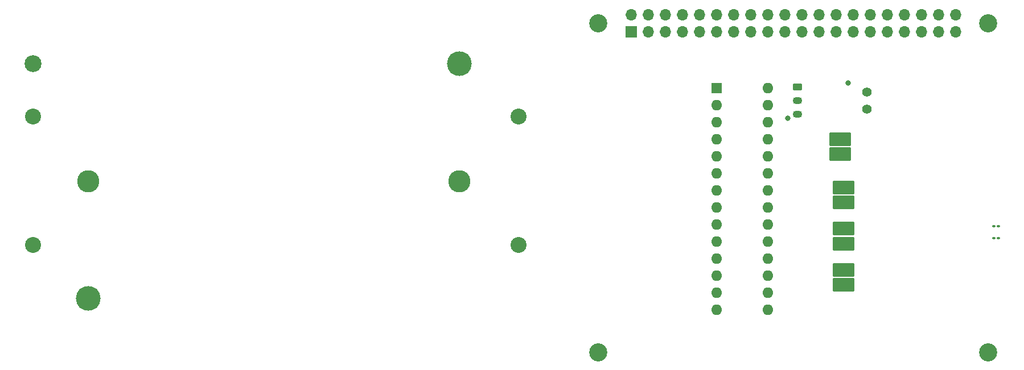
<source format=gts>
G04 #@! TF.GenerationSoftware,KiCad,Pcbnew,8.0.5*
G04 #@! TF.CreationDate,2024-09-15T00:24:01-05:00*
G04 #@! TF.ProjectId,Lab1APCB,4c616231-4150-4434-922e-6b696361645f,rev?*
G04 #@! TF.SameCoordinates,Original*
G04 #@! TF.FileFunction,Soldermask,Top*
G04 #@! TF.FilePolarity,Negative*
%FSLAX46Y46*%
G04 Gerber Fmt 4.6, Leading zero omitted, Abs format (unit mm)*
G04 Created by KiCad (PCBNEW 8.0.5) date 2024-09-15 00:24:01*
%MOMM*%
%LPD*%
G01*
G04 APERTURE LIST*
G04 Aperture macros list*
%AMRoundRect*
0 Rectangle with rounded corners*
0 $1 Rounding radius*
0 $2 $3 $4 $5 $6 $7 $8 $9 X,Y pos of 4 corners*
0 Add a 4 corners polygon primitive as box body*
4,1,4,$2,$3,$4,$5,$6,$7,$8,$9,$2,$3,0*
0 Add four circle primitives for the rounded corners*
1,1,$1+$1,$2,$3*
1,1,$1+$1,$4,$5*
1,1,$1+$1,$6,$7*
1,1,$1+$1,$8,$9*
0 Add four rect primitives between the rounded corners*
20,1,$1+$1,$2,$3,$4,$5,0*
20,1,$1+$1,$4,$5,$6,$7,0*
20,1,$1+$1,$6,$7,$8,$9,0*
20,1,$1+$1,$8,$9,$2,$3,0*%
G04 Aperture macros list end*
%ADD10C,2.700000*%
%ADD11C,3.310000*%
%ADD12C,3.680000*%
%ADD13C,2.510000*%
%ADD14C,2.379000*%
%ADD15RoundRect,0.102000X-1.500000X-0.875000X1.500000X-0.875000X1.500000X0.875000X-1.500000X0.875000X0*%
%ADD16RoundRect,0.100000X-0.130000X-0.100000X0.130000X-0.100000X0.130000X0.100000X-0.130000X0.100000X0*%
%ADD17C,0.800000*%
%ADD18RoundRect,0.249700X-0.450300X-0.300300X0.450300X-0.300300X0.450300X0.300300X-0.450300X0.300300X0*%
%ADD19O,1.400000X1.100000*%
%ADD20C,1.400000*%
%ADD21R,1.600000X1.600000*%
%ADD22O,1.600000X1.600000*%
%ADD23R,1.700000X1.700000*%
%ADD24O,1.700000X1.700000*%
G04 APERTURE END LIST*
D10*
X161500000Y-47500000D03*
D11*
X82810000Y-71015000D03*
D12*
X82810000Y-53500000D03*
X27610000Y-88500000D03*
D11*
X27610000Y-71015000D03*
D13*
X19390000Y-53500000D03*
D14*
X19390000Y-80565000D03*
X91610000Y-61435000D03*
X91610000Y-80565000D03*
X19390000Y-61435000D03*
D15*
X140000000Y-71950000D03*
X140000000Y-74200000D03*
D16*
X162335000Y-79500000D03*
X162975000Y-79500000D03*
D10*
X103500000Y-96500000D03*
X103500000Y-47500000D03*
D16*
X162335000Y-77750000D03*
X162975000Y-77750000D03*
D17*
X131665000Y-61630000D03*
X140625000Y-56430000D03*
D18*
X133115000Y-57030000D03*
D19*
X133115000Y-59030000D03*
X133115000Y-61030000D03*
D20*
X143415000Y-60300000D03*
X143415000Y-57760000D03*
D10*
X161500000Y-96500000D03*
D21*
X121100000Y-57175000D03*
D22*
X121100000Y-59715000D03*
X121100000Y-62255000D03*
X121100000Y-64795000D03*
X121100000Y-67335000D03*
X121100000Y-69875000D03*
X121100000Y-72415000D03*
X121100000Y-74955000D03*
X121100000Y-77495000D03*
X121100000Y-80035000D03*
X121100000Y-82575000D03*
X121100000Y-85115000D03*
X121100000Y-87655000D03*
X121100000Y-90195000D03*
X128720000Y-90195000D03*
X128720000Y-87655000D03*
X128720000Y-85115000D03*
X128720000Y-82575000D03*
X128720000Y-80035000D03*
X128720000Y-77495000D03*
X128720000Y-74955000D03*
X128720000Y-72415000D03*
X128720000Y-69875000D03*
X128720000Y-67335000D03*
X128720000Y-64795000D03*
X128720000Y-62255000D03*
X128720000Y-59715000D03*
X128720000Y-57175000D03*
D15*
X140000000Y-84250000D03*
X140000000Y-86500000D03*
X140000000Y-78100000D03*
X140000000Y-80350000D03*
X139500000Y-64750000D03*
X139500000Y-67000000D03*
D23*
X108370000Y-48770000D03*
D24*
X108370000Y-46230000D03*
X110910000Y-48770000D03*
X110910000Y-46230000D03*
X113450000Y-48770000D03*
X113450000Y-46230000D03*
X115990000Y-48770000D03*
X115990000Y-46230000D03*
X118530000Y-48770000D03*
X118530000Y-46230000D03*
X121070000Y-48770000D03*
X121070000Y-46230000D03*
X123610000Y-48770000D03*
X123610000Y-46230000D03*
X126150000Y-48770000D03*
X126150000Y-46230000D03*
X128690000Y-48770000D03*
X128690000Y-46230000D03*
X131230000Y-48770000D03*
X131230000Y-46230000D03*
X133770000Y-48770000D03*
X133770000Y-46230000D03*
X136310000Y-48770000D03*
X136310000Y-46230000D03*
X138850000Y-48770000D03*
X138850000Y-46230000D03*
X141390000Y-48770000D03*
X141390000Y-46230000D03*
X143930000Y-48770000D03*
X143930000Y-46230000D03*
X146470000Y-48770000D03*
X146470000Y-46230000D03*
X149010000Y-48770000D03*
X149010000Y-46230000D03*
X151550000Y-48770000D03*
X151550000Y-46230000D03*
X154090000Y-48770000D03*
X154090000Y-46230000D03*
X156630000Y-48770000D03*
X156630000Y-46230000D03*
M02*

</source>
